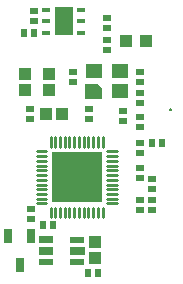
<source format=gtp>
G04 Layer: TopPasteMaskLayer*
G04 EasyEDA v6.2.46, 2019-12-26T15:44:02--5:00*
G04 111d7bdae86b4e7985bcd74f00d2b945,ad3383c819c44bf79b2f5f1fb32db82d,10*
G04 Gerber Generator version 0.2*
G04 Scale: 100 percent, Rotated: No, Reflected: No *
G04 Dimensions in inches *
G04 leading zeros omitted , absolute positions ,2 integer and 4 decimal *
%FSLAX24Y24*%
%MOIN*%
G90*
G70D02*

%ADD13C,0.008661*%
%ADD15R,0.027559X0.049213*%
%ADD16R,0.048000X0.024500*%
%ADD17R,0.043000X0.039000*%
%ADD18R,0.055118X0.047244*%
%ADD19R,0.165354X0.165354*%
%ADD20R,0.043307X0.039370*%
%ADD21R,0.039370X0.043307*%
%ADD22R,0.027600X0.017717*%
%ADD23R,0.059055X0.094490*%
%ADD24R,0.025590X0.023620*%
%ADD25R,0.023620X0.025590*%

%LPD*%
G54D13*
G01X1854Y2522D02*
G01X1854Y2215D01*
G01X2011Y2522D02*
G01X2011Y2215D01*
G01X2168Y2522D02*
G01X2168Y2215D01*
G01X2326Y2522D02*
G01X2326Y2215D01*
G01X2483Y2522D02*
G01X2483Y2215D01*
G01X2641Y2522D02*
G01X2641Y2215D01*
G01X2798Y2522D02*
G01X2798Y2215D01*
G01X2956Y2522D02*
G01X2956Y2215D01*
G01X3113Y2522D02*
G01X3113Y2215D01*
G01X3271Y2522D02*
G01X3271Y2215D01*
G01X3428Y2522D02*
G01X3428Y2215D01*
G01X3586Y2522D02*
G01X3586Y2215D01*
G01X3586Y4577D02*
G01X3586Y4884D01*
G01X3428Y4577D02*
G01X3428Y4884D01*
G01X3271Y4577D02*
G01X3271Y4884D01*
G01X3113Y4577D02*
G01X3113Y4884D01*
G01X2956Y4577D02*
G01X2956Y4884D01*
G01X2798Y4577D02*
G01X2798Y4884D01*
G01X2641Y4577D02*
G01X2641Y4884D01*
G01X2483Y4577D02*
G01X2483Y4884D01*
G01X2326Y4577D02*
G01X2326Y4884D01*
G01X2168Y4577D02*
G01X2168Y4884D01*
G01X2011Y4577D02*
G01X2011Y4884D01*
G01X1854Y4577D02*
G01X1854Y4884D01*
G01X3747Y4416D02*
G01X4054Y4416D01*
G01X3747Y4258D02*
G01X4054Y4258D01*
G01X3747Y4101D02*
G01X4054Y4101D01*
G01X3747Y3943D02*
G01X4054Y3943D01*
G01X3747Y3786D02*
G01X4054Y3786D01*
G01X3747Y3628D02*
G01X4054Y3628D01*
G01X3747Y3471D02*
G01X4054Y3471D01*
G01X3747Y3313D02*
G01X4054Y3313D01*
G01X3747Y3156D02*
G01X4054Y3156D01*
G01X3747Y2998D02*
G01X4054Y2998D01*
G01X3747Y2841D02*
G01X4054Y2841D01*
G01X3747Y2683D02*
G01X4054Y2683D01*
G01X1692Y2683D02*
G01X1385Y2683D01*
G01X1692Y2841D02*
G01X1385Y2841D01*
G01X1692Y2998D02*
G01X1385Y2998D01*
G01X1692Y3156D02*
G01X1385Y3156D01*
G01X1692Y3313D02*
G01X1385Y3313D01*
G01X1692Y3471D02*
G01X1385Y3471D01*
G01X1692Y3628D02*
G01X1385Y3628D01*
G01X1692Y3786D02*
G01X1385Y3786D01*
G01X1692Y3943D02*
G01X1385Y3943D01*
G01X1692Y4101D02*
G01X1385Y4101D01*
G01X1692Y4258D02*
G01X1385Y4258D01*
G01X1692Y4416D02*
G01X1385Y4416D01*
G54D15*
G01X826Y615D03*
G01X451Y1600D03*
G01X1200Y1600D03*
G54D16*
G01X1709Y729D03*
G36*
G01X1950Y1347D02*
G01X1469Y1347D01*
G01X1469Y1591D01*
G01X1950Y1591D01*
G01X1950Y1347D01*
G37*
G01X2750Y1469D03*
G36*
G01X2509Y1222D02*
G01X2990Y1222D01*
G01X2990Y977D01*
G01X2509Y977D01*
G01X2509Y1222D01*
G37*
G01X2750Y730D03*
G36*
G01X1950Y977D02*
G01X1469Y977D01*
G01X1469Y1222D01*
G01X1950Y1222D01*
G01X1950Y977D01*
G37*
G54D17*
G01X5050Y8100D03*
G01X4380Y8100D03*
G36*
G01X5800Y5800D02*
G01X5800Y5805D01*
G01X5801Y5811D01*
G01X5803Y5817D01*
G01X5805Y5823D01*
G01X5808Y5828D01*
G01X5812Y5833D01*
G01X5816Y5837D01*
G01X5821Y5841D01*
G01X5826Y5844D01*
G01X5832Y5846D01*
G01X5838Y5848D01*
G01X5844Y5849D01*
G01X5850Y5850D01*
G01X5855Y5849D01*
G01X5861Y5848D01*
G01X5867Y5846D01*
G01X5873Y5844D01*
G01X5878Y5841D01*
G01X5883Y5837D01*
G01X5887Y5833D01*
G01X5891Y5828D01*
G01X5894Y5823D01*
G01X5896Y5817D01*
G01X5898Y5811D01*
G01X5899Y5805D01*
G01X5900Y5800D01*
G01X5899Y5794D01*
G01X5898Y5788D01*
G01X5896Y5782D01*
G01X5894Y5776D01*
G01X5891Y5771D01*
G01X5887Y5766D01*
G01X5883Y5762D01*
G01X5878Y5758D01*
G01X5873Y5755D01*
G01X5867Y5753D01*
G01X5861Y5751D01*
G01X5855Y5750D01*
G01X5850Y5750D01*
G01X5844Y5750D01*
G01X5838Y5751D01*
G01X5832Y5753D01*
G01X5826Y5755D01*
G01X5821Y5758D01*
G01X5816Y5762D01*
G01X5812Y5766D01*
G01X5808Y5771D01*
G01X5805Y5776D01*
G01X5803Y5782D01*
G01X5801Y5788D01*
G01X5800Y5794D01*
G01X5800Y5800D01*
G37*
G36*
G01X3011Y6651D02*
G01X3444Y6651D01*
G01X3562Y6533D01*
G01X3562Y6179D01*
G01X3011Y6179D01*
G01X3011Y6651D01*
G37*
G54D18*
G01X4153Y6415D03*
G01X4153Y7084D03*
G01X3286Y7084D03*
G54D19*
G01X2720Y3550D03*
G54D20*
G01X1000Y7000D03*
G01X1000Y6448D03*
G54D21*
G01X1698Y5650D03*
G01X2250Y5650D03*
G54D20*
G01X1800Y7000D03*
G01X1800Y6448D03*
G54D22*
G01X2871Y8355D03*
G01X2871Y8750D03*
G01X2871Y9144D03*
G01X1709Y9144D03*
G01X1709Y8750D03*
G01X1709Y8355D03*
G54D23*
G01X2300Y8750D03*
G54D24*
G01X4819Y7067D03*
G01X4819Y6732D03*
G01X2600Y6732D03*
G01X2600Y7067D03*
G01X4819Y3867D03*
G01X4819Y3532D03*
G01X3750Y8515D03*
G01X3750Y8850D03*
G54D25*
G01X965Y8350D03*
G01X1300Y8350D03*
G54D24*
G01X4819Y5567D03*
G01X4819Y5232D03*
G01X5219Y3500D03*
G01X5219Y3165D03*
G01X4819Y6032D03*
G01X4819Y6367D03*
G01X1169Y5482D03*
G01X1169Y5817D03*
G01X3750Y8134D03*
G01X3750Y7800D03*
G01X4269Y5432D03*
G01X4269Y5767D03*
G01X1300Y9084D03*
G01X1300Y8750D03*
G54D25*
G01X5219Y4700D03*
G01X5553Y4700D03*
G54D24*
G01X1200Y2484D03*
G01X1200Y2150D03*
G01X3119Y5482D03*
G01X3119Y5817D03*
G01X4819Y4700D03*
G01X4819Y4365D03*
G01X4819Y2800D03*
G01X4819Y2465D03*
G54D25*
G01X1950Y1950D03*
G01X1615Y1950D03*
G54D24*
G01X5219Y2800D03*
G01X5219Y2465D03*
G54D20*
G01X3350Y848D03*
G01X3350Y1399D03*
G54D25*
G01X3434Y350D03*
G01X3100Y350D03*
M00*
M02*

</source>
